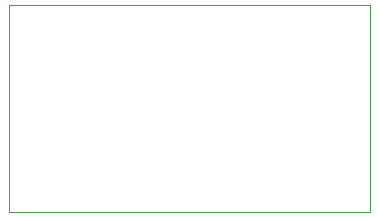
<source format=gbr>
%TF.GenerationSoftware,KiCad,Pcbnew,8.0.8*%
%TF.CreationDate,2025-02-20T18:25:54-06:00*%
%TF.ProjectId,LED_CIRCUIT,4c45445f-4349-4524-9355-49542e6b6963,rev?*%
%TF.SameCoordinates,Original*%
%TF.FileFunction,Profile,NP*%
%FSLAX46Y46*%
G04 Gerber Fmt 4.6, Leading zero omitted, Abs format (unit mm)*
G04 Created by KiCad (PCBNEW 8.0.8) date 2025-02-20 18:25:54*
%MOMM*%
%LPD*%
G01*
G04 APERTURE LIST*
%TA.AperFunction,Profile*%
%ADD10C,0.050000*%
%TD*%
G04 APERTURE END LIST*
D10*
X114500000Y-57500000D02*
X114500000Y-75000000D01*
X145000000Y-75000000D02*
X114500000Y-75000000D01*
X145000000Y-57500000D02*
X145000000Y-75000000D01*
X145000000Y-57500000D02*
X114500000Y-57500000D01*
M02*

</source>
